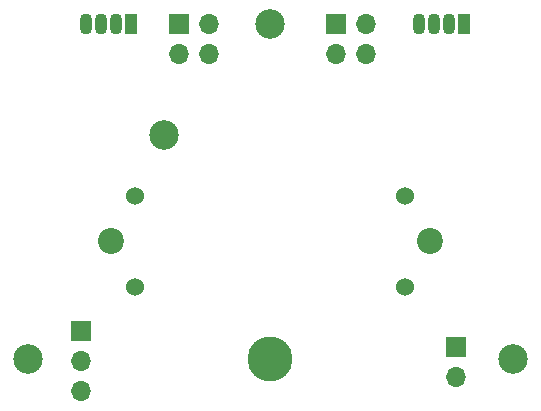
<source format=gbr>
%TF.GenerationSoftware,KiCad,Pcbnew,(5.1.9)-1*%
%TF.CreationDate,2022-08-04T12:07:28-06:00*%
%TF.ProjectId,standby_airspeed_vvi,7374616e-6462-4795-9f61-697273706565,rev?*%
%TF.SameCoordinates,Original*%
%TF.FileFunction,Soldermask,Top*%
%TF.FilePolarity,Negative*%
%FSLAX46Y46*%
G04 Gerber Fmt 4.6, Leading zero omitted, Abs format (unit mm)*
G04 Created by KiCad (PCBNEW (5.1.9)-1) date 2022-08-04 12:07:28*
%MOMM*%
%LPD*%
G01*
G04 APERTURE LIST*
%ADD10O,1.700000X1.700000*%
%ADD11R,1.700000X1.700000*%
%ADD12C,3.800000*%
%ADD13C,2.500000*%
%ADD14C,2.200000*%
%ADD15C,1.524000*%
%ADD16O,1.070000X1.800000*%
%ADD17R,1.070000X1.800000*%
G04 APERTURE END LIST*
D10*
%TO.C,J3*%
X174735515Y-81024574D03*
X172195515Y-81024574D03*
X174735515Y-78484574D03*
D11*
X172195515Y-78484574D03*
%TD*%
D10*
%TO.C,J2*%
X188070515Y-81024574D03*
X185530515Y-81024574D03*
X188070515Y-78484574D03*
D11*
X185530515Y-78484574D03*
%TD*%
D10*
%TO.C,J1*%
X195690515Y-108329574D03*
D11*
X195690515Y-105789574D03*
%TD*%
D12*
%TO.C,M1*%
X179937766Y-106867952D03*
D13*
X170937766Y-87867952D03*
D14*
X193437766Y-96867952D03*
X166437766Y-96867952D03*
D15*
X191362766Y-93017952D03*
X191362766Y-100717952D03*
X168512766Y-100717952D03*
X168512766Y-93017952D03*
%TD*%
D10*
%TO.C,J4*%
X163897766Y-109567952D03*
X163897766Y-107027952D03*
D11*
X163897766Y-104487952D03*
%TD*%
D13*
%TO.C,H3*%
X179937766Y-78484574D03*
%TD*%
%TO.C,H2*%
X200491250Y-106867951D03*
%TD*%
%TO.C,H1*%
X159384281Y-106867951D03*
%TD*%
D16*
%TO.C,D2*%
X192515515Y-78484574D03*
X193785515Y-78484574D03*
X195055515Y-78484574D03*
D17*
X196325515Y-78484574D03*
%TD*%
D16*
%TO.C,D1*%
X164360016Y-78484574D03*
X165630016Y-78484574D03*
X166900016Y-78484574D03*
D17*
X168170016Y-78484574D03*
%TD*%
M02*

</source>
